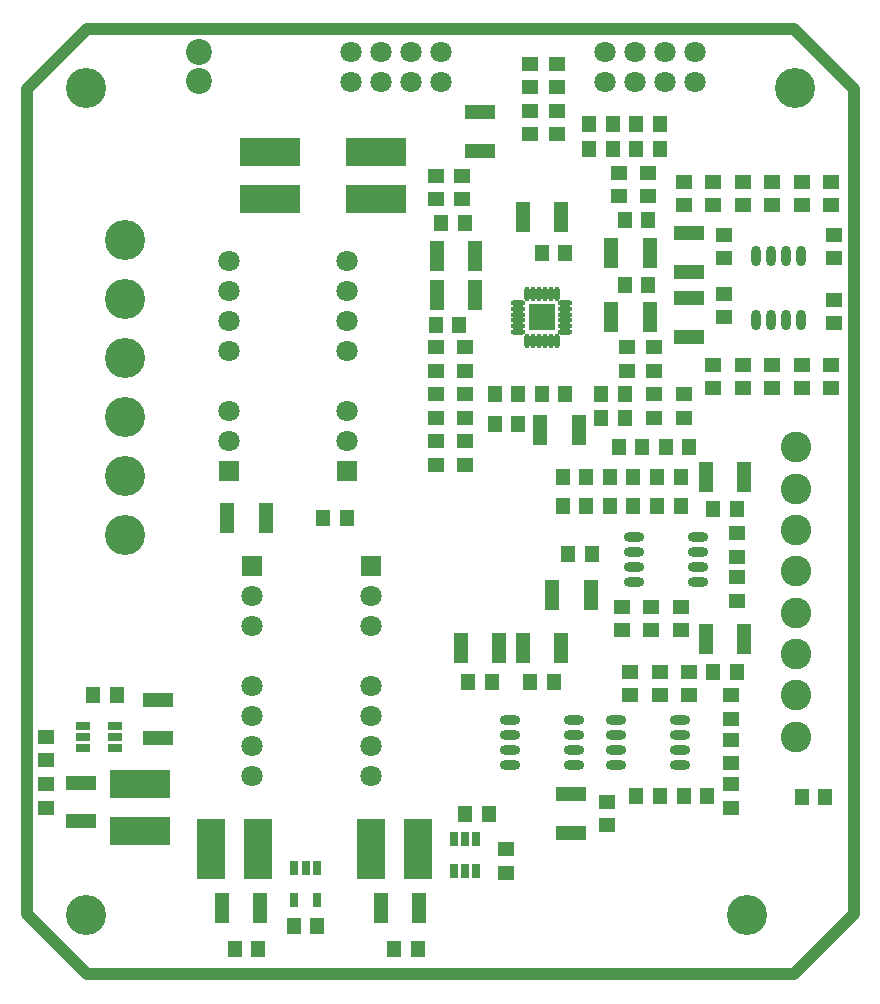
<source format=gts>
G04*
G04 #@! TF.GenerationSoftware,Altium Limited,Altium Designer,21.3.2 (30)*
G04*
G04 Layer_Color=8388736*
%FSLAX44Y44*%
%MOMM*%
G71*
G04*
G04 #@! TF.SameCoordinates,5F18C444-2927-46CB-AB6B-11653520DC00*
G04*
G04*
G04 #@! TF.FilePolarity,Negative*
G04*
G01*
G75*
%ADD26C,1.0000*%
%ADD27O,1.7500X0.8000*%
%ADD28O,0.8000X1.7500*%
%ADD29R,1.2000X1.4500*%
%ADD30R,1.2000X2.6000*%
%ADD31R,2.2000X2.2000*%
%ADD32O,1.2000X0.5000*%
%ADD33O,0.5000X1.2000*%
%ADD34R,0.8000X1.2000*%
%ADD35R,2.4000X5.2000*%
%ADD36R,5.2000X2.4000*%
%ADD37R,2.6000X1.2000*%
%ADD38R,1.4500X1.2000*%
%ADD39R,1.2000X0.8000*%
%ADD40C,1.8000*%
%ADD41R,1.8000X1.8000*%
%ADD42C,3.4000*%
%ADD43C,2.6000*%
%ADD44C,2.2000*%
D26*
X649200Y0D02*
X700000Y50800D01*
X50800Y800000D02*
X649200D01*
X700000Y749200D01*
X50800Y0D02*
X649200D01*
X0Y50800D02*
X50800Y0D01*
X0Y749200D02*
X50800Y800000D01*
X700000Y50800D02*
Y749200D01*
X0Y50800D02*
Y749200D01*
D27*
X568250Y331950D02*
D03*
Y344650D02*
D03*
Y357350D02*
D03*
Y370050D02*
D03*
X513750D02*
D03*
Y357350D02*
D03*
Y344650D02*
D03*
Y331950D02*
D03*
X408750Y215050D02*
D03*
Y202350D02*
D03*
Y189650D02*
D03*
Y176950D02*
D03*
X463250D02*
D03*
Y189650D02*
D03*
Y202350D02*
D03*
Y215050D02*
D03*
X553250Y176950D02*
D03*
Y189650D02*
D03*
Y202350D02*
D03*
Y215050D02*
D03*
X498750D02*
D03*
Y202350D02*
D03*
Y189650D02*
D03*
Y176950D02*
D03*
D28*
X616950Y553750D02*
D03*
X629650D02*
D03*
X642350D02*
D03*
X655050D02*
D03*
Y608250D02*
D03*
X642350D02*
D03*
X629650D02*
D03*
X616950D02*
D03*
D29*
X473500Y421000D02*
D03*
X453500D02*
D03*
X676000Y150000D02*
D03*
X656000D02*
D03*
X453500Y396000D02*
D03*
X473500D02*
D03*
X541000Y446000D02*
D03*
X561000D02*
D03*
X486000Y471000D02*
D03*
X506000D02*
D03*
X456000Y611000D02*
D03*
X436000D02*
D03*
X506000Y491000D02*
D03*
X486000D02*
D03*
X371000Y636000D02*
D03*
X351000D02*
D03*
X176000Y21000D02*
D03*
X196000D02*
D03*
X246000Y41000D02*
D03*
X226000D02*
D03*
X76000Y236000D02*
D03*
X56000D02*
D03*
X331000Y21000D02*
D03*
X311000D02*
D03*
X391000Y136000D02*
D03*
X371000D02*
D03*
X373500Y247000D02*
D03*
X393500D02*
D03*
X426000D02*
D03*
X446000D02*
D03*
X251000Y386000D02*
D03*
X271000D02*
D03*
X366000Y550000D02*
D03*
X346000D02*
D03*
X396000Y466000D02*
D03*
X416000D02*
D03*
X396000Y491000D02*
D03*
X416000D02*
D03*
X436000D02*
D03*
X456000D02*
D03*
X516000Y151000D02*
D03*
X536000D02*
D03*
X478500Y356000D02*
D03*
X458500D02*
D03*
X556000Y151000D02*
D03*
X576000D02*
D03*
X581000Y256000D02*
D03*
X601000D02*
D03*
X513500Y396000D02*
D03*
X493500D02*
D03*
X553500D02*
D03*
X533500D02*
D03*
X513500Y421000D02*
D03*
X493500D02*
D03*
X553500D02*
D03*
X533500D02*
D03*
X501000Y446000D02*
D03*
X521000D02*
D03*
X581000Y393500D02*
D03*
X601000D02*
D03*
X506000Y583500D02*
D03*
X526000D02*
D03*
Y638500D02*
D03*
X506000D02*
D03*
X476000Y698500D02*
D03*
X496000D02*
D03*
X476000Y720000D02*
D03*
X496000D02*
D03*
X516000D02*
D03*
X536000D02*
D03*
X516000Y698500D02*
D03*
X536000D02*
D03*
D30*
X494793Y556000D02*
D03*
X527207D02*
D03*
X164793Y56000D02*
D03*
X197207D02*
D03*
X332206D02*
D03*
X299793D02*
D03*
X169793Y386000D02*
D03*
X202207D02*
D03*
X367293Y276000D02*
D03*
X399707D02*
D03*
X452207D02*
D03*
X419793D02*
D03*
X477207Y321000D02*
D03*
X444793D02*
D03*
X434794Y461000D02*
D03*
X467207D02*
D03*
X574794Y283500D02*
D03*
X607207D02*
D03*
X574794Y421000D02*
D03*
X607207D02*
D03*
X379707Y575000D02*
D03*
X347294D02*
D03*
X419793Y641000D02*
D03*
X452206D02*
D03*
X494793Y611000D02*
D03*
X527207D02*
D03*
X379707Y608000D02*
D03*
X347293D02*
D03*
D31*
X436000Y556000D02*
D03*
D32*
X416000Y543500D02*
D03*
Y548500D02*
D03*
Y553500D02*
D03*
Y558500D02*
D03*
Y563500D02*
D03*
Y568500D02*
D03*
X456000D02*
D03*
Y563500D02*
D03*
Y558500D02*
D03*
Y553500D02*
D03*
Y548500D02*
D03*
Y543500D02*
D03*
D33*
X423500Y576000D02*
D03*
X428500D02*
D03*
X433500D02*
D03*
X438500D02*
D03*
X443500D02*
D03*
X448500D02*
D03*
Y536000D02*
D03*
X443500D02*
D03*
X438500D02*
D03*
X433500D02*
D03*
X428500D02*
D03*
X423500D02*
D03*
D34*
X245500Y89500D02*
D03*
X236000D02*
D03*
X226500D02*
D03*
Y62500D02*
D03*
X245500D02*
D03*
X371000Y87500D02*
D03*
X380500D02*
D03*
Y114500D02*
D03*
X361500D02*
D03*
X371000D02*
D03*
X361500Y87500D02*
D03*
D35*
X196000Y106000D02*
D03*
X156000D02*
D03*
X331000D02*
D03*
X291000D02*
D03*
D36*
X96000Y161000D02*
D03*
Y121000D02*
D03*
X206000Y696000D02*
D03*
Y656000D02*
D03*
X296000Y696000D02*
D03*
Y656000D02*
D03*
D37*
X46000Y162206D02*
D03*
Y129793D02*
D03*
X111000Y232206D02*
D03*
Y199793D02*
D03*
X461000Y152207D02*
D03*
Y119794D02*
D03*
X561000Y539794D02*
D03*
Y572207D02*
D03*
X383500Y697293D02*
D03*
Y729707D02*
D03*
X561000Y627207D02*
D03*
Y594794D02*
D03*
D38*
X16000Y161000D02*
D03*
Y141000D02*
D03*
Y181000D02*
D03*
Y201000D02*
D03*
X406000Y106000D02*
D03*
Y86000D02*
D03*
X346000Y431000D02*
D03*
Y451000D02*
D03*
Y491000D02*
D03*
Y471000D02*
D03*
Y531000D02*
D03*
Y511000D02*
D03*
X371000Y431000D02*
D03*
Y451000D02*
D03*
Y491000D02*
D03*
Y471000D02*
D03*
Y531000D02*
D03*
Y511000D02*
D03*
X491000Y146000D02*
D03*
Y126000D02*
D03*
X511000Y236000D02*
D03*
Y256000D02*
D03*
X536000Y236000D02*
D03*
Y256000D02*
D03*
X503500Y311000D02*
D03*
Y291000D02*
D03*
X528500Y311000D02*
D03*
Y291000D02*
D03*
X596000Y141000D02*
D03*
Y161000D02*
D03*
Y198500D02*
D03*
Y178500D02*
D03*
Y216000D02*
D03*
Y236000D02*
D03*
X561000Y236000D02*
D03*
Y256000D02*
D03*
X553500Y311000D02*
D03*
Y291000D02*
D03*
X601000Y316000D02*
D03*
Y336000D02*
D03*
Y353500D02*
D03*
Y373500D02*
D03*
X531000Y491000D02*
D03*
Y471000D02*
D03*
X508000Y531000D02*
D03*
Y511000D02*
D03*
X531000D02*
D03*
Y531000D02*
D03*
X556000Y491000D02*
D03*
Y471000D02*
D03*
X681000Y496000D02*
D03*
Y516000D02*
D03*
X606000D02*
D03*
Y496000D02*
D03*
X581000D02*
D03*
Y516000D02*
D03*
X631000D02*
D03*
Y496000D02*
D03*
X656000D02*
D03*
Y516000D02*
D03*
X683000Y551000D02*
D03*
Y571000D02*
D03*
X590000Y556000D02*
D03*
Y576000D02*
D03*
X346000Y676000D02*
D03*
Y656000D02*
D03*
X368500D02*
D03*
Y676000D02*
D03*
X426000Y711000D02*
D03*
Y731000D02*
D03*
Y751000D02*
D03*
Y771000D02*
D03*
X449000Y711000D02*
D03*
Y731000D02*
D03*
Y751000D02*
D03*
Y771000D02*
D03*
X501000Y658500D02*
D03*
Y678500D02*
D03*
X526000D02*
D03*
Y658500D02*
D03*
X556000Y651000D02*
D03*
Y671000D02*
D03*
X581000Y651000D02*
D03*
Y671000D02*
D03*
X590000Y626000D02*
D03*
Y606000D02*
D03*
X606000Y651000D02*
D03*
Y671000D02*
D03*
X631000Y651000D02*
D03*
Y671000D02*
D03*
X656000Y651000D02*
D03*
Y671000D02*
D03*
X683000Y626000D02*
D03*
Y606000D02*
D03*
X681000Y651000D02*
D03*
Y671000D02*
D03*
D39*
X74500Y191500D02*
D03*
Y201000D02*
D03*
Y210500D02*
D03*
X47500D02*
D03*
Y191500D02*
D03*
Y201000D02*
D03*
D40*
X566100Y755600D02*
D03*
Y781000D02*
D03*
X540700Y755600D02*
D03*
Y781000D02*
D03*
X515300Y755600D02*
D03*
Y781000D02*
D03*
X489900Y755600D02*
D03*
Y781000D02*
D03*
X351000Y755600D02*
D03*
Y781000D02*
D03*
X325600Y755600D02*
D03*
Y781000D02*
D03*
X300200Y755600D02*
D03*
Y781000D02*
D03*
X274800Y755600D02*
D03*
Y781000D02*
D03*
X171000Y451400D02*
D03*
Y476800D02*
D03*
Y527600D02*
D03*
Y553000D02*
D03*
Y578400D02*
D03*
Y603800D02*
D03*
X271000Y451400D02*
D03*
Y476800D02*
D03*
Y527600D02*
D03*
Y553000D02*
D03*
Y578400D02*
D03*
Y603800D02*
D03*
X291000Y320600D02*
D03*
Y295200D02*
D03*
Y244400D02*
D03*
Y219000D02*
D03*
Y193600D02*
D03*
Y168200D02*
D03*
X191000Y320600D02*
D03*
Y295200D02*
D03*
Y244400D02*
D03*
Y219000D02*
D03*
Y193600D02*
D03*
Y168200D02*
D03*
D41*
X171000Y426000D02*
D03*
X271000D02*
D03*
X291000Y346000D02*
D03*
X191000D02*
D03*
D42*
X83000Y472000D02*
D03*
Y622000D02*
D03*
Y572000D02*
D03*
Y522000D02*
D03*
Y422000D02*
D03*
Y372000D02*
D03*
X650000Y750000D02*
D03*
X610000Y50000D02*
D03*
X50000Y750000D02*
D03*
Y50000D02*
D03*
D43*
X651000Y271000D02*
D03*
Y376000D02*
D03*
Y446000D02*
D03*
Y236000D02*
D03*
Y411000D02*
D03*
Y341000D02*
D03*
Y306000D02*
D03*
Y201000D02*
D03*
D44*
X146000Y756000D02*
D03*
Y781000D02*
D03*
M02*

</source>
